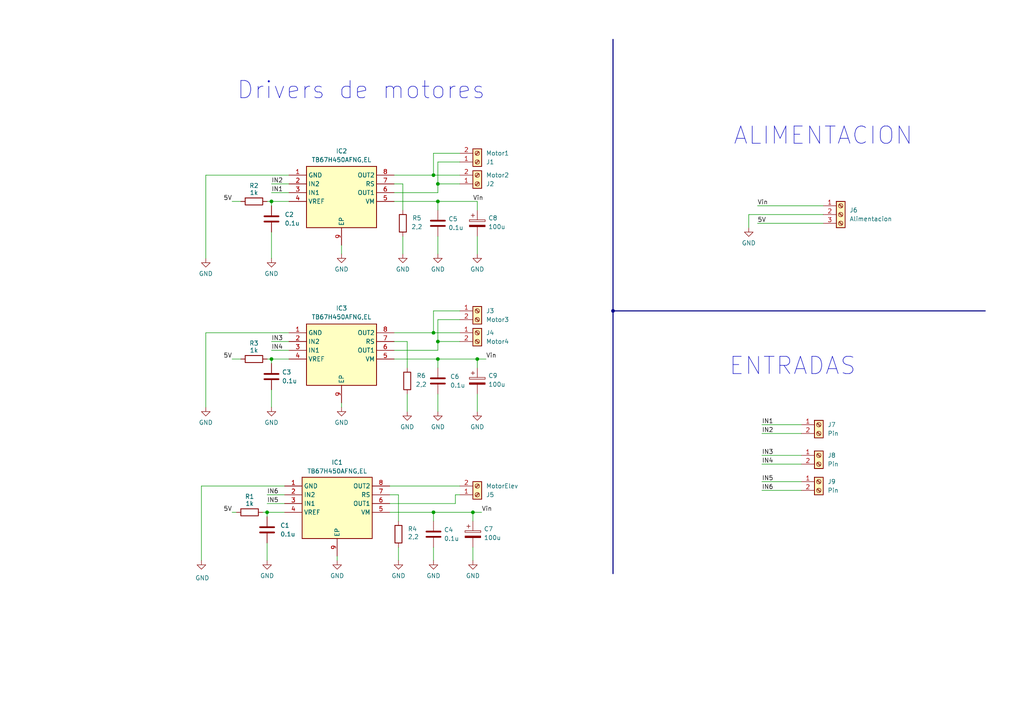
<source format=kicad_sch>
(kicad_sch (version 20231120) (generator "eeschema") (generator_version "8.0")
  (paper "A4")
  (lib_symbols
    (symbol "Connector:Screw_Terminal_01x02" (pin_names (offset 1.016) hide)
      (property "Reference" "J" (at 0 2.54 0))
      (property "Value" "Screw_Terminal_01x02" (at 0 -5.08 0))
      (symbol "Screw_Terminal_01x02_1_1"
        (rectangle (start -1.27 1.27) (end 1.27 -3.81) (stroke (width 0.254)) (fill (type background)))
        (circle (center 0 -2.54) (radius 0.635) (stroke (width 0.1524)))
        (polyline (pts (xy -0.5334 -2.2098) (xy 0.3302 -3.048)) (stroke (width 0.1524)))
        (polyline (pts (xy -0.5334 0.3302) (xy 0.3302 -0.508)) (stroke (width 0.1524)))
        (polyline (pts (xy -0.3556 -2.032) (xy 0.508 -2.8702)) (stroke (width 0.1524)))
        (polyline (pts (xy -0.3556 0.508) (xy 0.508 -0.3302)) (stroke (width 0.1524)))
        (circle (center 0 0) (radius 0.635) (stroke (width 0.1524)))
        (pin passive line (at -5.08 0 0) (length 3.81) (name "Pin_1") (number "1"))
        (pin passive line (at -5.08 -2.54 0) (length 3.81) (name "Pin_2") (number "2"))
      )
    )
    (symbol "Connector:Screw_Terminal_01x03" (pin_names (offset 1.016) hide)
      (property "Reference" "J" (at 0 5.08 0))
      (property "Value" "Screw_Terminal_01x03" (at 0 -5.08 0))
      (symbol "Screw_Terminal_01x03_1_1"
        (rectangle (start -1.27 3.81) (end 1.27 -3.81) (stroke (width 0.254)) (fill (type background)))
        (circle (center 0 -2.54) (radius 0.635) (stroke (width 0.1524)))
        (polyline (pts (xy -0.5334 -2.2098) (xy 0.3302 -3.048)) (stroke (width 0.1524)))
        (polyline (pts (xy -0.5334 0.3302) (xy 0.3302 -0.508)) (stroke (width 0.1524)))
        (polyline (pts (xy -0.5334 2.8702) (xy 0.3302 2.032)) (stroke (width 0.1524)))
        (polyline (pts (xy -0.3556 -2.032) (xy 0.508 -2.8702)) (stroke (width 0.1524)))
        (polyline (pts (xy -0.3556 0.508) (xy 0.508 -0.3302)) (stroke (width 0.1524)))
        (polyline (pts (xy -0.3556 3.048) (xy 0.508 2.2098)) (stroke (width 0.1524)))
        (circle (center 0 0) (radius 0.635) (stroke (width 0.1524)))
        (circle (center 0 2.54) (radius 0.635) (stroke (width 0.1524)))
        (pin passive line (at -5.08 2.54 0) (length 3.81) (name "Pin_1") (number "1"))
        (pin passive line (at -5.08 0 0) (length 3.81) (name "Pin_2") (number "2"))
        (pin passive line (at -5.08 -2.54 0) (length 3.81) (name "Pin_3") (number "3"))
      )
    )
    (symbol "Device:C" (pin_numbers hide) (pin_names (offset 0.254))
      (property "Reference" "C" (at 0.635 2.54 0))
      (property "Value" "C" (at 0.635 -2.54 0))
      (symbol "C_0_1"
        (polyline (pts (xy -2.032 -0.762) (xy 2.032 -0.762)) (stroke (width 0.508)))
        (polyline (pts (xy -2.032 0.762) (xy 2.032 0.762)) (stroke (width 0.508)))
      )
      (symbol "C_1_1"
        (pin passive line (at 0 3.81 270) (length 2.794) (name "~") (number "1"))
        (pin passive line (at 0 -3.81 90) (length 2.794) (name "~") (number "2"))
      )
    )
    (symbol "Device:C_Polarized" (pin_numbers hide) (pin_names (offset 0.254))
      (property "Reference" "C" (at 0.635 2.54 0))
      (property "Value" "C_Polarized" (at 0.635 -2.54 0))
      (symbol "C_Polarized_0_1"
        (rectangle (start -2.286 0.508) (end 2.286 1.016))
        (polyline (pts (xy -1.778 2.286) (xy -0.762 2.286)))
        (polyline (pts (xy -1.27 2.794) (xy -1.27 1.778)))
        (rectangle (start 2.286 -0.508) (end -2.286 -1.016) (fill (type outline)))
      )
      (symbol "C_Polarized_1_1"
        (pin passive line (at 0 3.81 270) (length 2.794) (name "~") (number "1"))
        (pin passive line (at 0 -3.81 90) (length 2.794) (name "~") (number "2"))
      )
    )
    (symbol "Device:R" (pin_numbers hide) (pin_names (offset 0))
      (property "Reference" "R" (at 2.032 0 90))
      (property "Value" "R" (at 0 0 90))
      (symbol "R_0_1"
        (rectangle (start -1.016 -2.54) (end 1.016 2.54) (stroke (width 0.254)))
      )
      (symbol "R_1_1"
        (pin passive line (at 0 3.81 270) (length 1.27) (name "~") (number "1"))
        (pin passive line (at 0 -3.81 90) (length 1.27) (name "~") (number "2"))
      )
    )
    (symbol "TB67H450AFNG_EL:TB67H450AFNG,EL"
      (property "Reference" "IC" (at 26.67 7.62 0))
      (property "Value" "TB67H450AFNG,EL" (at 26.67 5.08 0))
      (symbol "TB67H450AFNG,EL_1_1"
        (rectangle (start 5.08 2.54) (end 25.4 -15.24) (stroke (width 0.254)) (fill (type background)))
        (pin passive line (at 0 0 0) (length 5.08) (name "GND") (number "1"))
        (pin passive line (at 0 -2.54 0) (length 5.08) (name "IN2") (number "2"))
        (pin passive line (at 0 -5.08 0) (length 5.08) (name "IN1") (number "3"))
        (pin passive line (at 0 -7.62 0) (length 5.08) (name "VREF") (number "4"))
        (pin passive line (at 30.48 -7.62 180) (length 5.08) (name "VM") (number "5"))
        (pin passive line (at 30.48 -5.08 180) (length 5.08) (name "OUT1") (number "6"))
        (pin passive line (at 30.48 -2.54 180) (length 5.08) (name "RS") (number "7"))
        (pin passive line (at 30.48 0 180) (length 5.08) (name "OUT2") (number "8"))
        (pin passive line (at 15.24 -20.32 90) (length 5.08) (name "EP") (number "9"))
      )
    )
    (symbol "power:GND" (power) (pin_names (offset 0))
      (property "Value" "GND" (at 0 -3.81 0))
      (symbol "GND_0_1"
        (polyline (pts (xy 0 0) (xy 0 -1.27) (xy 1.27 -1.27) (xy 0 -2.54) (xy -1.27 -1.27) (xy 0 -1.27)))
      )
      (symbol "GND_1_1"
        (pin power_in line (at 0 0 270) (length 0) hide (name "GND") (number "1"))
      )
    )
  )
  (junction (at 125.73 96.52))
  (junction (at 137.16 148.59))
  (junction (at 127 53.34))
  (junction (at 77.47 148.59))
  (junction (at 127 58.42))
  (junction (at 138.43 104.14))
  (junction (at 78.74 58.42))
  (junction (at 78.74 104.14))
  (junction (at 177.8 90.17))
  (junction (at 125.73 50.8))
  (junction (at 127 99.06))
  (junction (at 125.73 148.59))
  (junction (at 127 104.14))
  (wire (pts (xy 113.03 143.51) (xy 115.57 143.51)))
  (wire (pts (xy 97.79 161.29) (xy 97.79 162.56)))
  (wire (pts (xy 217.17 62.23) (xy 217.17 66.04)))
  (wire (pts (xy 78.74 58.42) (xy 83.82 58.42)))
  (wire (pts (xy 127 53.34) (xy 127 55.88)))
  (wire (pts (xy 115.57 158.75) (xy 115.57 162.56)))
  (wire (pts (xy 220.98 125.73) (xy 232.41 125.73)))
  (wire (pts (xy 220.98 139.7) (xy 232.41 139.7)))
  (wire (pts (xy 125.73 96.52) (xy 114.3 96.52)))
  (wire (pts (xy 220.98 132.08) (xy 232.41 132.08)))
  (wire (pts (xy 140.97 104.14) (xy 138.43 104.14)))
  (wire (pts (xy 67.31 104.14) (xy 69.85 104.14)))
  (wire (pts (xy 77.47 143.51) (xy 82.55 143.51)))
  (wire (pts (xy 125.73 50.8) (xy 114.3 50.8)))
  (wire (pts (xy 59.69 50.8) (xy 83.82 50.8)))
  (wire (pts (xy 132.08 143.51) (xy 132.08 146.05)))
  (wire (pts (xy 78.74 101.6) (xy 83.82 101.6)))
  (wire (pts (xy 137.16 148.59) (xy 137.16 151.13)))
  (wire (pts (xy 138.43 114.3) (xy 138.43 119.38)))
  (wire (pts (xy 125.73 148.59) (xy 125.73 151.13)))
  (wire (pts (xy 83.82 96.52) (xy 59.69 96.52)))
  (wire (pts (xy 113.03 148.59) (xy 125.73 148.59)))
  (wire (pts (xy 133.35 44.45) (xy 125.73 44.45)))
  (wire (pts (xy 137.16 148.59) (xy 139.7 148.59)))
  (wire (pts (xy 219.71 59.69) (xy 238.76 59.69)))
  (wire (pts (xy 114.3 58.42) (xy 127 58.42)))
  (wire (pts (xy 114.3 101.6) (xy 127 101.6)))
  (wire (pts (xy 78.74 53.34) (xy 83.82 53.34)))
  (wire (pts (xy 127 99.06) (xy 133.35 99.06)))
  (wire (pts (xy 78.74 59.69) (xy 78.74 58.42)))
  (wire (pts (xy 114.3 99.06) (xy 118.11 99.06)))
  (wire (pts (xy 78.74 113.03) (xy 78.74 118.11)))
  (wire (pts (xy 138.43 58.42) (xy 138.43 60.96)))
  (wire (pts (xy 238.76 62.23) (xy 217.17 62.23)))
  (wire (pts (xy 58.42 162.56) (xy 58.42 140.97)))
  (wire (pts (xy 133.35 96.52) (xy 125.73 96.52)))
  (wire (pts (xy 137.16 158.75) (xy 137.16 162.56)))
  (bus (pts (xy 177.8 11.43) (xy 177.8 90.17)))
  (wire (pts (xy 99.06 116.84) (xy 99.06 118.11)))
  (wire (pts (xy 133.35 90.17) (xy 125.73 90.17)))
  (wire (pts (xy 67.31 148.59) (xy 68.58 148.59)))
  (wire (pts (xy 127 104.14) (xy 127 106.68)))
  (bus (pts (xy 177.8 90.17) (xy 177.8 166.37)))
  (wire (pts (xy 127 68.58) (xy 127 73.66)))
  (wire (pts (xy 116.84 60.96) (xy 116.84 53.34)))
  (wire (pts (xy 127 53.34) (xy 133.35 53.34)))
  (wire (pts (xy 127 58.42) (xy 138.43 58.42)))
  (wire (pts (xy 59.69 96.52) (xy 59.69 118.11)))
  (wire (pts (xy 77.47 157.48) (xy 77.47 162.56)))
  (wire (pts (xy 133.35 46.99) (xy 127 46.99)))
  (wire (pts (xy 125.73 158.75) (xy 125.73 162.56)))
  (wire (pts (xy 78.74 99.06) (xy 83.82 99.06)))
  (wire (pts (xy 127 114.3) (xy 127 119.38)))
  (wire (pts (xy 125.73 90.17) (xy 125.73 96.52)))
  (wire (pts (xy 77.47 148.59) (xy 82.55 148.59)))
  (wire (pts (xy 116.84 68.58) (xy 116.84 73.66)))
  (wire (pts (xy 78.74 105.41) (xy 78.74 104.14)))
  (wire (pts (xy 99.06 71.12) (xy 99.06 73.66)))
  (wire (pts (xy 58.42 140.97) (xy 82.55 140.97)))
  (wire (pts (xy 220.98 123.19) (xy 232.41 123.19)))
  (wire (pts (xy 113.03 140.97) (xy 133.35 140.97)))
  (wire (pts (xy 125.73 44.45) (xy 125.73 50.8)))
  (wire (pts (xy 114.3 55.88) (xy 127 55.88)))
  (wire (pts (xy 78.74 55.88) (xy 83.82 55.88)))
  (wire (pts (xy 114.3 53.34) (xy 116.84 53.34)))
  (wire (pts (xy 138.43 68.58) (xy 138.43 73.66)))
  (wire (pts (xy 76.2 148.59) (xy 77.47 148.59)))
  (wire (pts (xy 118.11 114.3) (xy 118.11 119.38)))
  (wire (pts (xy 78.74 67.31) (xy 78.74 74.93)))
  (wire (pts (xy 133.35 50.8) (xy 125.73 50.8)))
  (wire (pts (xy 138.43 104.14) (xy 138.43 106.68)))
  (wire (pts (xy 77.47 104.14) (xy 78.74 104.14)))
  (wire (pts (xy 127 104.14) (xy 138.43 104.14)))
  (wire (pts (xy 127 92.71) (xy 127 99.06)))
  (wire (pts (xy 77.47 58.42) (xy 78.74 58.42)))
  (wire (pts (xy 78.74 104.14) (xy 83.82 104.14)))
  (wire (pts (xy 125.73 148.59) (xy 137.16 148.59)))
  (wire (pts (xy 114.3 104.14) (xy 127 104.14)))
  (wire (pts (xy 59.69 50.8) (xy 59.69 74.93)))
  (wire (pts (xy 132.08 146.05) (xy 113.03 146.05)))
  (wire (pts (xy 118.11 99.06) (xy 118.11 106.68)))
  (wire (pts (xy 220.98 134.62) (xy 232.41 134.62)))
  (wire (pts (xy 127 99.06) (xy 127 101.6)))
  (wire (pts (xy 77.47 149.86) (xy 77.47 148.59)))
  (wire (pts (xy 77.47 146.05) (xy 82.55 146.05)))
  (wire (pts (xy 127 58.42) (xy 127 60.96)))
  (wire (pts (xy 132.08 143.51) (xy 133.35 143.51)))
  (wire (pts (xy 219.71 64.77) (xy 238.76 64.77)))
  (wire (pts (xy 127 92.71) (xy 133.35 92.71)))
  (wire (pts (xy 220.98 142.24) (xy 232.41 142.24)))
  (wire (pts (xy 67.31 58.42) (xy 69.85 58.42)))
  (wire (pts (xy 127 46.99) (xy 127 53.34)))
  (wire (pts (xy 115.57 143.51) (xy 115.57 151.13)))
  (bus (pts (xy 177.8 90.17) (xy 285.75 90.17)))
  (text "ENTRADAS" (at 211.328 109.22 0) (effects (font (size 5 5)) (justify left bottom)))
  (text "Drivers de motores\n" (at 68.58 29.21 0) (effects (font (size 5 5)) (justify left bottom)))
  (text "ALIMENTACION" (at 212.598 42.418 0) (effects (font (size 5 5)) (justify left bottom)))
  (label "IN6" (at 220.98 142.24 0))
  (label "Vin" (at 219.71 59.69 0))
  (label "5V" (at 219.71 64.77 0))
  (label "5V" (at 67.31 104.14 180))
  (label "IN5" (at 77.47 146.05 0))
  (label "IN1" (at 78.74 55.88 0))
  (label "5V" (at 67.31 58.42 180))
  (label "IN4" (at 220.98 134.62 0))
  (label "IN5" (at 220.98 139.7 0))
  (label "IN2" (at 220.98 125.73 0))
  (label "IN3" (at 78.74 99.06 0))
  (label "IN2" (at 78.74 53.34 0))
  (label "5V" (at 67.31 148.59 180))
  (label "IN4" (at 78.74 101.6 0))
  (label "Vin" (at 140.97 104.14 0))
  (label "Vin" (at 137.16 58.42 0))
  (label "IN6" (at 77.47 143.51 0))
  (label "Vin" (at 139.7 148.59 0))
  (label "IN1" (at 220.98 123.19 0))
  (label "IN3" (at 220.98 132.08 0))
  (symbol (lib_id "Device:R") (at 72.39 148.59 90) (unit 1)
    (property "Reference" "R1" (at 72.39 144.018 90))
    (property "Value" "1k" (at 72.39 146.05 90))
    (property "Footprint" "Resistor_THT:R_Axial_DIN0204_L3.6mm_D1.6mm_P7.62mm_Horizontal" (effects (hide yes)))
  )
  (symbol (lib_id "power:GND") (at 138.43 119.38 0) (unit 1)
    (property "Reference" "#PWR018" (effects (hide yes)))
    (property "Value" "GND" (at 138.43 123.825 0))
  )
  (symbol (lib_id "power:GND") (at 127 73.66 0) (unit 1)
    (property "Reference" "#PWR014" (effects (hide yes)))
    (property "Value" "GND" (at 127 78.105 0))
  )
  (symbol (lib_id "power:GND") (at 217.17 66.04 0) (unit 1)
    (property "Reference" "#PWR019" (effects (hide yes)))
    (property "Value" "GND" (at 217.17 70.485 0))
  )
  (symbol (lib_id "Device:C") (at 127 110.49 0) (unit 1)
    (property "Reference" "C6" (at 130.556 109.22 0) (effects (justify left)))
    (property "Value" "0.1u" (at 130.556 111.76 0) (effects (justify left)))
    (property "Footprint" "Capacitor_THT:C_Disc_D6.0mm_W2.5mm_P5.00mm" (effects (hide yes)))
  )
  (symbol (lib_id "Device:C") (at 125.73 154.94 0) (unit 1)
    (property "Reference" "C4" (at 128.778 153.67 0) (effects (justify left)))
    (property "Value" "0.1u" (at 128.778 156.21 0) (effects (justify left)))
    (property "Footprint" "Capacitor_THT:C_Disc_D6.0mm_W2.5mm_P5.00mm" (effects (hide yes)))
  )
  (symbol (lib_id "power:GND") (at 77.47 162.56 0) (unit 1)
    (property "Reference" "#PWR04" (effects (hide yes)))
    (property "Value" "GND" (at 77.47 167.005 0))
  )
  (symbol (lib_id "power:GND") (at 127 119.38 0) (unit 1)
    (property "Reference" "#PWR015" (effects (hide yes)))
    (property "Value" "GND" (at 127 123.825 0))
  )
  (symbol (lib_id "Connector:Screw_Terminal_01x02") (at 138.43 143.51 0) (mirror x) (unit 1)
    (property "Reference" "J5" (at 140.97 143.51 0) (effects (justify left)))
    (property "Value" "MotorElev" (at 140.97 140.97 0) (effects (justify left)))
    (property "Footprint" "TerminalBlock:TerminalBlock_bornier-2_P5.08mm" (effects (hide yes)))
  )
  (symbol (lib_id "Connector:Screw_Terminal_01x03") (at 243.84 62.23 0) (unit 1)
    (property "Reference" "J6" (at 246.38 60.9599 0) (effects (justify left)))
    (property "Value" "Alimentacion" (at 246.38 63.4999 0) (effects (justify left)))
    (property "Footprint" "TerminalBlock:TerminalBlock_bornier-3_P5.08mm" (effects (hide yes)))
    (property "Description" "Generic screw terminal, single row, 01x03, script generated (kicad-library-utils/schlib/autogen/connector/)" (effects (hide yes)))
  )
  (symbol (lib_id "Device:C_Polarized") (at 138.43 64.77 0) (unit 1)
    (property "Reference" "C8" (at 141.605 63.246 0) (effects (justify left)))
    (property "Value" "100u" (at 141.605 65.786 0) (effects (justify left)))
    (property "Footprint" "Capacitor_THT:CP_Radial_D8.0mm_P2.50mm" (effects (hide yes)))
  )
  (symbol (lib_id "power:GND") (at 116.84 73.66 0) (unit 1)
    (property "Reference" "#PWR011" (effects (hide yes)))
    (property "Value" "GND" (at 116.84 78.105 0))
  )
  (symbol (lib_id "Device:R") (at 73.66 104.14 90) (unit 1)
    (property "Reference" "R3" (at 73.66 99.568 90))
    (property "Value" "1k" (at 73.66 101.6 90))
    (property "Footprint" "Resistor_THT:R_Axial_DIN0204_L3.6mm_D1.6mm_P7.62mm_Horizontal" (effects (hide yes)))
  )
  (symbol (lib_id "power:GND") (at 99.06 73.66 0) (unit 1)
    (property "Reference" "#PWR08" (effects (hide yes)))
    (property "Value" "GND" (at 99.06 78.105 0))
  )
  (symbol (lib_id "Device:C_Polarized") (at 137.16 154.94 0) (unit 1)
    (property "Reference" "C7" (at 140.335 153.416 0) (effects (justify left)))
    (property "Value" "100u" (at 140.335 155.956 0) (effects (justify left)))
    (property "Footprint" "Capacitor_THT:CP_Radial_D8.0mm_P2.50mm" (effects (hide yes)))
  )
  (symbol (lib_id "Connector:Screw_Terminal_01x02") (at 237.49 132.08 0) (unit 1)
    (property "Reference" "J8" (at 240.03 132.0799 0) (effects (justify left)))
    (property "Value" "Pin" (at 240.03 134.6199 0) (effects (justify left)))
    (property "Footprint" "Connector_PinHeader_2.54mm:PinHeader_1x02_P2.54mm_Vertical" (effects (hide yes)))
    (property "Description" "Generic screw terminal, single row, 01x02, script generated (kicad-library-utils/schlib/autogen/connector/)" (effects (hide yes)))
  )
  (symbol (lib_id "power:GND") (at 118.11 119.38 0) (unit 1)
    (property "Reference" "#PWR012" (effects (hide yes)))
    (property "Value" "GND" (at 118.11 123.825 0))
  )
  (symbol (lib_id "TB67H450AFNG_EL:TB67H450AFNG,EL") (at 82.55 140.97 0) (unit 1)
    (property "Reference" "IC1" (at 97.79 134.112 0))
    (property "Value" "TB67H450AFNG,EL" (at 97.79 136.652 0))
    (property "Footprint" "LibraryPERSONALES:SOIC127P600X170-9N" (effects (hide yes)))
    (property "Datasheet" "https://www.mouser.jp/datasheet/2/408/Toshiba_TB67H450AFNG_datasheet_en_20201217-2932735.pdf" (effects (hide yes)))
    (property "Height" "1.7" (effects (hide yes)))
    (property "Mouser Part Number" "757-TB67H450AFNGEL" (effects (hide yes)))
    (property "Mouser Price/Stock" "https://www.mouser.co.uk/ProductDetail/Toshiba/TB67H450AFNGEL?qs=Wj%2FVkw3K%252BMBflKVnfGASbA%3D%3D" (effects (hide yes)))
    (property "Manufacturer_Name" "Toshiba" (effects (hide yes)))
    (property "Manufacturer_Part_Number" "TB67H450AFNG,EL" (effects (hide yes)))
  )
  (symbol (lib_id "Device:R") (at 118.11 110.49 180) (unit 1)
    (property "Reference" "R6" (at 122.174 108.966 0))
    (property "Value" "2,2" (at 122.174 111.506 0))
    (property "Footprint" "Resistor_THT:R_Axial_DIN0414_L11.9mm_D4.5mm_P7.62mm_Vertical" (effects (hide yes)))
  )
  (symbol (lib_id "Device:C") (at 127 64.77 0) (unit 1)
    (property "Reference" "C5" (at 130.048 63.5 0) (effects (justify left)))
    (property "Value" "0.1u" (at 130.048 66.04 0) (effects (justify left)))
    (property "Footprint" "Capacitor_THT:C_Disc_D6.0mm_W2.5mm_P5.00mm" (effects (hide yes)))
  )
  (symbol (lib_id "Device:C") (at 78.74 63.5 0) (unit 1)
    (property "Reference" "C2" (at 82.55 62.23 0) (effects (justify left)))
    (property "Value" "0.1u" (at 82.55 64.77 0) (effects (justify left)))
    (property "Footprint" "Capacitor_THT:C_Disc_D6.0mm_W2.5mm_P5.00mm" (effects (hide yes)))
  )
  (symbol (lib_id "Connector:Screw_Terminal_01x02") (at 138.43 96.52 0) (unit 1)
    (property "Reference" "J4" (at 140.97 96.52 0) (effects (justify left)))
    (property "Value" "Motor4" (at 140.97 99.06 0) (effects (justify left)))
    (property "Footprint" "TerminalBlock:TerminalBlock_bornier-2_P5.08mm" (effects (hide yes)))
  )
  (symbol (lib_id "Device:R") (at 115.57 154.94 180) (unit 1)
    (property "Reference" "R4" (at 119.634 153.416 0))
    (property "Value" "2,2" (at 119.888 155.702 0))
    (property "Footprint" "Resistor_THT:R_Axial_DIN0414_L11.9mm_D4.5mm_P7.62mm_Vertical" (effects (hide yes)))
  )
  (symbol (lib_id "power:GND") (at 78.74 118.11 0) (unit 1)
    (property "Reference" "#PWR06" (effects (hide yes)))
    (property "Value" "GND" (at 78.74 122.555 0))
  )
  (symbol (lib_id "power:GND") (at 115.57 162.56 0) (unit 1)
    (property "Reference" "#PWR010" (effects (hide yes)))
    (property "Value" "GND" (at 115.57 167.005 0))
  )
  (symbol (lib_id "Device:R") (at 73.66 58.42 90) (unit 1)
    (property "Reference" "R2" (at 73.66 53.848 90))
    (property "Value" "1k" (at 73.66 55.88 90))
    (property "Footprint" "Resistor_THT:R_Axial_DIN0204_L3.6mm_D1.6mm_P7.62mm_Horizontal" (effects (hide yes)))
  )
  (symbol (lib_id "power:GND") (at 137.16 162.56 0) (unit 1)
    (property "Reference" "#PWR016" (effects (hide yes)))
    (property "Value" "GND" (at 137.16 167.005 0))
  )
  (symbol (lib_id "Device:C_Polarized") (at 138.43 110.49 0) (unit 1)
    (property "Reference" "C9" (at 141.605 108.966 0) (effects (justify left)))
    (property "Value" "100u" (at 141.605 111.506 0) (effects (justify left)))
    (property "Footprint" "Capacitor_THT:CP_Radial_D8.0mm_P2.50mm" (effects (hide yes)))
  )
  (symbol (lib_id "power:GND") (at 59.69 118.11 0) (unit 1)
    (property "Reference" "#PWR03" (effects (hide yes)))
    (property "Value" "GND" (at 59.69 122.555 0))
  )
  (symbol (lib_id "TB67H450AFNG_EL:TB67H450AFNG,EL") (at 83.82 96.52 0) (unit 1)
    (property "Reference" "IC3" (at 99.06 89.408 0))
    (property "Value" "TB67H450AFNG,EL" (at 99.06 91.948 0))
    (property "Footprint" "LibraryPERSONALES:SOIC127P600X170-9N" (effects (hide yes)))
    (property "Datasheet" "https://www.mouser.jp/datasheet/2/408/Toshiba_TB67H450AFNG_datasheet_en_20201217-2932735.pdf" (effects (hide yes)))
    (property "Height" "1.7" (effects (hide yes)))
    (property "Mouser Part Number" "757-TB67H450AFNGEL" (effects (hide yes)))
    (property "Mouser Price/Stock" "https://www.mouser.co.uk/ProductDetail/Toshiba/TB67H450AFNGEL?qs=Wj%2FVkw3K%252BMBflKVnfGASbA%3D%3D" (effects (hide yes)))
    (property "Manufacturer_Name" "Toshiba" (effects (hide yes)))
    (property "Manufacturer_Part_Number" "TB67H450AFNG,EL" (effects (hide yes)))
  )
  (symbol (lib_id "power:GND") (at 125.73 162.56 0) (unit 1)
    (property "Reference" "#PWR013" (effects (hide yes)))
    (property "Value" "GND" (at 125.73 167.005 0))
  )
  (symbol (lib_id "power:GND") (at 99.06 118.11 0) (unit 1)
    (property "Reference" "#PWR09" (effects (hide yes)))
    (property "Value" "GND" (at 99.06 122.555 0))
  )
  (symbol (lib_id "power:GND") (at 138.43 73.66 0) (unit 1)
    (property "Reference" "#PWR017" (effects (hide yes)))
    (property "Value" "GND" (at 138.43 78.105 0))
  )
  (symbol (lib_id "Device:R") (at 116.84 64.77 180) (unit 1)
    (property "Reference" "R5" (at 120.904 63.246 0))
    (property "Value" "2,2" (at 120.904 65.786 0))
    (property "Footprint" "Resistor_THT:R_Axial_DIN0414_L11.9mm_D4.5mm_P7.62mm_Vertical" (effects (hide yes)))
  )
  (symbol (lib_id "power:GND") (at 59.69 74.93 0) (unit 1)
    (property "Reference" "#PWR02" (effects (hide yes)))
    (property "Value" "GND" (at 59.69 79.375 0))
  )
  (symbol (lib_id "power:GND") (at 97.79 162.56 0) (unit 1)
    (property "Reference" "#PWR07" (effects (hide yes)))
    (property "Value" "GND" (at 97.79 167.005 0))
  )
  (symbol (lib_id "power:GND") (at 78.74 74.93 0) (unit 1)
    (property "Reference" "#PWR05" (effects (hide yes)))
    (property "Value" "GND" (at 78.74 79.375 0))
  )
  (symbol (lib_id "Device:C") (at 77.47 153.67 0) (unit 1)
    (property "Reference" "C1" (at 81.28 152.4 0) (effects (justify left)))
    (property "Value" "0.1u" (at 81.28 154.94 0) (effects (justify left)))
    (property "Footprint" "Capacitor_THT:C_Disc_D6.0mm_W2.5mm_P5.00mm" (effects (hide yes)))
  )
  (symbol (lib_id "Connector:Screw_Terminal_01x02") (at 138.43 46.99 0) (mirror x) (unit 1)
    (property "Reference" "J1" (at 140.97 46.99 0) (effects (justify left)))
    (property "Value" "Motor1" (at 140.97 44.45 0) (effects (justify left)))
    (property "Footprint" "TerminalBlock:TerminalBlock_bornier-2_P5.08mm" (effects (hide yes)))
  )
  (symbol (lib_id "Connector:Screw_Terminal_01x02") (at 237.49 139.7 0) (unit 1)
    (property "Reference" "J9" (at 240.03 139.6999 0) (effects (justify left)))
    (property "Value" "Pin" (at 240.03 142.2399 0) (effects (justify left)))
    (property "Footprint" "Connector_PinHeader_2.54mm:PinHeader_1x02_P2.54mm_Vertical" (effects (hide yes)))
    (property "Description" "Generic screw terminal, single row, 01x02, script generated (kicad-library-utils/schlib/autogen/connector/)" (effects (hide yes)))
  )
  (symbol (lib_id "Connector:Screw_Terminal_01x02") (at 138.43 53.34 0) (mirror x) (unit 1)
    (property "Reference" "J2" (at 140.97 53.34 0) (effects (justify left)))
    (property "Value" "Motor2" (at 140.97 50.8 0) (effects (justify left)))
    (property "Footprint" "TerminalBlock:TerminalBlock_bornier-2_P5.08mm" (effects (hide yes)))
  )
  (symbol (lib_id "Connector:Screw_Terminal_01x02") (at 237.49 123.19 0) (unit 1)
    (property "Reference" "J7" (at 240.03 123.1899 0) (effects (justify left)))
    (property "Value" "Pin" (at 240.03 125.7299 0) (effects (justify left)))
    (property "Footprint" "Connector_PinHeader_2.54mm:PinHeader_1x02_P2.54mm_Vertical" (effects (hide yes)))
    (property "Description" "Generic screw terminal, single row, 01x02, script generated (kicad-library-utils/schlib/autogen/connector/)" (effects (hide yes)))
  )
  (symbol (lib_id "TB67H450AFNG_EL:TB67H450AFNG,EL") (at 83.82 50.8 0) (unit 1)
    (property "Reference" "IC2" (at 99.06 43.815 0))
    (property "Value" "TB67H450AFNG,EL" (at 99.06 46.355 0))
    (property "Footprint" "LibraryPERSONALES:SOIC127P600X170-9N" (effects (hide yes)))
    (property "Datasheet" "https://www.mouser.jp/datasheet/2/408/Toshiba_TB67H450AFNG_datasheet_en_20201217-2932735.pdf" (effects (hide yes)))
    (property "Height" "1.7" (effects (hide yes)))
    (property "Mouser Part Number" "757-TB67H450AFNGEL" (effects (hide yes)))
    (property "Mouser Price/Stock" "https://www.mouser.co.uk/ProductDetail/Toshiba/TB67H450AFNGEL?qs=Wj%2FVkw3K%252BMBflKVnfGASbA%3D%3D" (effects (hide yes)))
    (property "Manufacturer_Name" "Toshiba" (effects (hide yes)))
    (property "Manufacturer_Part_Number" "TB67H450AFNG,EL" (effects (hide yes)))
  )
  (symbol (lib_id "Device:C") (at 78.74 109.22 0) (unit 1)
    (property "Reference" "C3" (at 81.788 107.95 0) (effects (justify left)))
    (property "Value" "0.1u" (at 81.788 110.49 0) (effects (justify left)))
    (property "Footprint" "Capacitor_THT:C_Disc_D6.0mm_W2.5mm_P5.00mm" (effects (hide yes)))
  )
  (symbol (lib_id "power:GND") (at 58.42 162.56 0) (unit 1)
    (property "Reference" "#PWR01" (effects (hide yes)))
    (property "Value" "GND" (at 58.674 167.64 0))
  )
  (symbol (lib_id "Connector:Screw_Terminal_01x02") (at 138.43 90.17 0) (unit 1)
    (property "Reference" "J3" (at 140.97 90.17 0) (effects (justify left)))
    (property "Value" "Motor3" (at 140.97 92.71 0) (effects (justify left)))
    (property "Footprint" "TerminalBlock:TerminalBlock_bornier-2_P5.08mm" (effects (hide yes)))
  )
)
</source>
